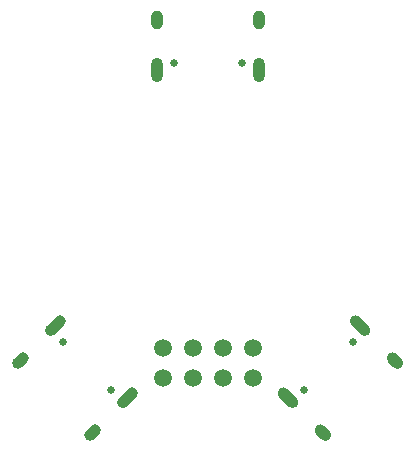
<source format=gbs>
G04 #@! TF.GenerationSoftware,KiCad,Pcbnew,(5.1.10-1-10_14)*
G04 #@! TF.CreationDate,2021-07-26T11:30:22-07:00*
G04 #@! TF.ProjectId,Synapse,53796e61-7073-4652-9e6b-696361645f70,1*
G04 #@! TF.SameCoordinates,Original*
G04 #@! TF.FileFunction,Soldermask,Bot*
G04 #@! TF.FilePolarity,Negative*
%FSLAX46Y46*%
G04 Gerber Fmt 4.6, Leading zero omitted, Abs format (unit mm)*
G04 Created by KiCad (PCBNEW (5.1.10-1-10_14)) date 2021-07-26 11:30:22*
%MOMM*%
%LPD*%
G01*
G04 APERTURE LIST*
%ADD10C,0.650000*%
%ADD11O,1.000000X2.100000*%
%ADD12O,1.000000X1.600000*%
%ADD13C,1.500000*%
G04 APERTURE END LIST*
G36*
G01*
X12936813Y-9534516D02*
X12158995Y-8756698D01*
G75*
G02*
X12158995Y-8049592I353553J353553D01*
G01*
X12158995Y-8049592D01*
G75*
G02*
X12866101Y-8049592I353553J-353553D01*
G01*
X13643919Y-8827410D01*
G75*
G02*
X13643919Y-9534516I-353553J-353553D01*
G01*
X13643919Y-9534516D01*
G75*
G02*
X12936813Y-9534516I-353553J353553D01*
G01*
G37*
G36*
G01*
X6827410Y-15643919D02*
X6049592Y-14866101D01*
G75*
G02*
X6049592Y-14158995I353553J353553D01*
G01*
X6049592Y-14158995D01*
G75*
G02*
X6756698Y-14158995I353553J-353553D01*
G01*
X7534516Y-14936813D01*
G75*
G02*
X7534516Y-15643919I-353553J-353553D01*
G01*
X7534516Y-15643919D01*
G75*
G02*
X6827410Y-15643919I-353553J353553D01*
G01*
G37*
D10*
X8177984Y-14265061D03*
G36*
G01*
X9606340Y-18422848D02*
X9182076Y-17998584D01*
G75*
G02*
X9182076Y-17291478I353553J353553D01*
G01*
X9182076Y-17291478D01*
G75*
G02*
X9889182Y-17291478I353553J-353553D01*
G01*
X10313446Y-17715742D01*
G75*
G02*
X10313446Y-18422848I-353553J-353553D01*
G01*
X10313446Y-18422848D01*
G75*
G02*
X9606340Y-18422848I-353553J353553D01*
G01*
G37*
X12265061Y-10177984D03*
G36*
G01*
X15715742Y-12313446D02*
X15291478Y-11889182D01*
G75*
G02*
X15291478Y-11182076I353553J353553D01*
G01*
X15291478Y-11182076D01*
G75*
G02*
X15998584Y-11182076I353553J-353553D01*
G01*
X16422848Y-11606340D01*
G75*
G02*
X16422848Y-12313446I-353553J-353553D01*
G01*
X16422848Y-12313446D01*
G75*
G02*
X15715742Y-12313446I-353553J353553D01*
G01*
G37*
G36*
G01*
X-7534516Y-14936813D02*
X-6756698Y-14158995D01*
G75*
G02*
X-6049592Y-14158995I353553J-353553D01*
G01*
X-6049592Y-14158995D01*
G75*
G02*
X-6049592Y-14866101I-353553J-353553D01*
G01*
X-6827410Y-15643919D01*
G75*
G02*
X-7534516Y-15643919I-353553J353553D01*
G01*
X-7534516Y-15643919D01*
G75*
G02*
X-7534516Y-14936813I353553J353553D01*
G01*
G37*
G36*
G01*
X-13643919Y-8827410D02*
X-12866101Y-8049592D01*
G75*
G02*
X-12158995Y-8049592I353553J-353553D01*
G01*
X-12158995Y-8049592D01*
G75*
G02*
X-12158995Y-8756698I-353553J-353553D01*
G01*
X-12936813Y-9534516D01*
G75*
G02*
X-13643919Y-9534516I-353553J353553D01*
G01*
X-13643919Y-9534516D01*
G75*
G02*
X-13643919Y-8827410I353553J353553D01*
G01*
G37*
X-12265061Y-10177984D03*
G36*
G01*
X-16422848Y-11606340D02*
X-15998584Y-11182076D01*
G75*
G02*
X-15291478Y-11182076I353553J-353553D01*
G01*
X-15291478Y-11182076D01*
G75*
G02*
X-15291478Y-11889182I-353553J-353553D01*
G01*
X-15715742Y-12313446D01*
G75*
G02*
X-16422848Y-12313446I-353553J353553D01*
G01*
X-16422848Y-12313446D01*
G75*
G02*
X-16422848Y-11606340I353553J353553D01*
G01*
G37*
X-8177984Y-14265061D03*
G36*
G01*
X-10313446Y-17715742D02*
X-9889182Y-17291478D01*
G75*
G02*
X-9182076Y-17291478I353553J-353553D01*
G01*
X-9182076Y-17291478D01*
G75*
G02*
X-9182076Y-17998584I-353553J-353553D01*
G01*
X-9606340Y-18422848D01*
G75*
G02*
X-10313446Y-18422848I-353553J353553D01*
G01*
X-10313446Y-18422848D01*
G75*
G02*
X-10313446Y-17715742I353553J353553D01*
G01*
G37*
D11*
X-4320000Y12870000D03*
X4320000Y12870000D03*
D10*
X2890000Y13400000D03*
D12*
X4320000Y17050000D03*
D10*
X-2890000Y13400000D03*
D12*
X-4320000Y17050000D03*
D13*
X3810000Y-13240000D03*
X1270000Y-13240000D03*
X-1270000Y-13240000D03*
X-3810000Y-13240000D03*
X3810000Y-10700000D03*
X1270000Y-10700000D03*
X-1270000Y-10700000D03*
X-3810000Y-10700000D03*
M02*

</source>
